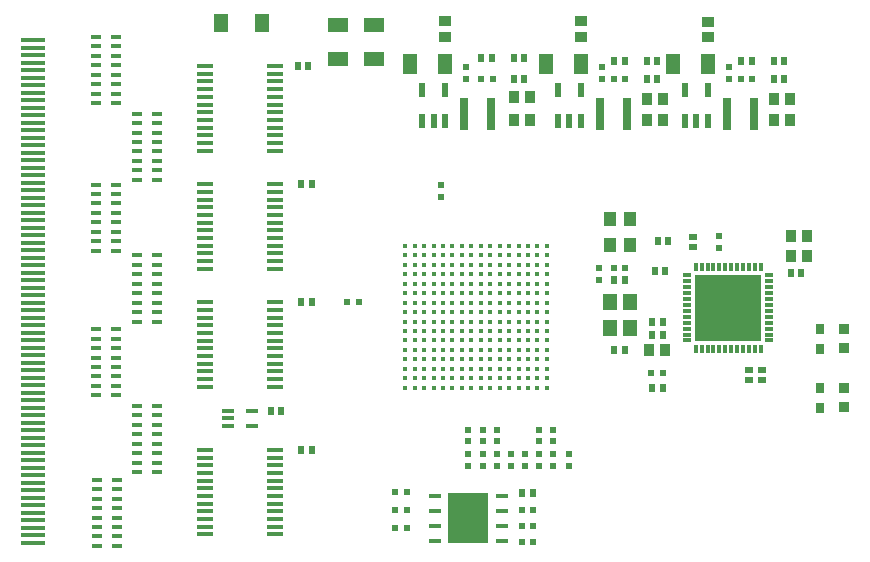
<source format=gtp>
G04*
G04 #@! TF.GenerationSoftware,Altium Limited,Altium Designer,23.7.1 (13)*
G04*
G04 Layer_Color=8421504*
%FSLAX44Y44*%
%MOMM*%
G71*
G04*
G04 #@! TF.SameCoordinates,D2E7A544-C627-4BF8-9092-2E35ECC9D328*
G04*
G04*
G04 #@! TF.FilePolarity,Positive*
G04*
G01*
G75*
%ADD16R,5.6000X5.6000*%
%ADD17R,0.3000X0.7000*%
%ADD18R,0.7000X0.3000*%
%ADD19R,1.4750X0.4500*%
%ADD20R,1.2000X1.4000*%
%ADD21R,0.6000X0.6400*%
%ADD22R,0.6000X0.5000*%
%ADD23R,0.6000X1.1500*%
%ADD24R,0.8000X2.7000*%
%ADD25R,0.5000X0.6000*%
%ADD26R,1.0500X0.4500*%
%ADD27R,3.4500X4.3500*%
%ADD28R,1.2500X1.6500*%
%ADD29R,1.0000X0.4000*%
%ADD30R,0.9000X0.4500*%
%ADD31R,1.0000X0.9000*%
%ADD32C,0.4200*%
%ADD33R,1.8000X1.3000*%
%ADD34R,1.3000X1.8000*%
%ADD35R,0.8000X0.9000*%
%ADD36R,0.9000X1.0000*%
%ADD37R,0.6400X0.6000*%
%ADD38R,0.9500X0.9000*%
%ADD39R,2.0000X0.3800*%
%ADD40R,1.1000X1.3000*%
D16*
X802000Y456000D02*
D03*
D17*
X774500Y490500D02*
D03*
X779500D02*
D03*
X784500D02*
D03*
X789500D02*
D03*
X794500D02*
D03*
X799500D02*
D03*
X804500D02*
D03*
X809500D02*
D03*
X814500D02*
D03*
X819500D02*
D03*
X824500D02*
D03*
X829500D02*
D03*
Y421500D02*
D03*
X824500D02*
D03*
X819500D02*
D03*
X814500D02*
D03*
X809500D02*
D03*
X804500D02*
D03*
X799500D02*
D03*
X794500D02*
D03*
X789500D02*
D03*
X784500D02*
D03*
X779500D02*
D03*
X774500D02*
D03*
D18*
X836500Y483500D02*
D03*
Y478500D02*
D03*
Y473500D02*
D03*
Y468500D02*
D03*
Y463500D02*
D03*
Y458500D02*
D03*
Y453500D02*
D03*
Y448500D02*
D03*
Y443500D02*
D03*
Y438500D02*
D03*
Y433500D02*
D03*
Y428500D02*
D03*
X767500D02*
D03*
Y433500D02*
D03*
Y438500D02*
D03*
Y443500D02*
D03*
Y448500D02*
D03*
Y453500D02*
D03*
Y458500D02*
D03*
Y463500D02*
D03*
Y468500D02*
D03*
Y473500D02*
D03*
Y478500D02*
D03*
Y483500D02*
D03*
D19*
X359120Y335750D02*
D03*
Y329250D02*
D03*
Y322750D02*
D03*
Y316250D02*
D03*
Y309750D02*
D03*
Y303250D02*
D03*
Y296750D02*
D03*
Y290250D02*
D03*
Y283750D02*
D03*
Y277250D02*
D03*
Y270750D02*
D03*
Y264250D02*
D03*
X417880D02*
D03*
Y270750D02*
D03*
Y277250D02*
D03*
Y283750D02*
D03*
Y290250D02*
D03*
Y296750D02*
D03*
Y303250D02*
D03*
Y309750D02*
D03*
Y316250D02*
D03*
Y322750D02*
D03*
Y329250D02*
D03*
Y335750D02*
D03*
X359120Y660750D02*
D03*
Y654250D02*
D03*
Y647750D02*
D03*
Y641250D02*
D03*
Y634750D02*
D03*
Y628250D02*
D03*
Y621750D02*
D03*
Y615250D02*
D03*
Y608750D02*
D03*
Y602250D02*
D03*
Y595750D02*
D03*
Y589250D02*
D03*
X417880D02*
D03*
Y595750D02*
D03*
Y602250D02*
D03*
Y608750D02*
D03*
Y615250D02*
D03*
Y621750D02*
D03*
Y628250D02*
D03*
Y634750D02*
D03*
Y641250D02*
D03*
Y647750D02*
D03*
Y654250D02*
D03*
Y660750D02*
D03*
Y460750D02*
D03*
Y454250D02*
D03*
Y447750D02*
D03*
Y441250D02*
D03*
Y434750D02*
D03*
Y428250D02*
D03*
Y421750D02*
D03*
Y415250D02*
D03*
Y408750D02*
D03*
Y402250D02*
D03*
Y395750D02*
D03*
Y389250D02*
D03*
X359120D02*
D03*
Y395750D02*
D03*
Y402250D02*
D03*
Y408750D02*
D03*
Y415250D02*
D03*
Y421750D02*
D03*
Y428250D02*
D03*
Y434750D02*
D03*
Y441250D02*
D03*
Y447750D02*
D03*
Y454250D02*
D03*
Y460750D02*
D03*
Y560750D02*
D03*
Y554250D02*
D03*
Y547750D02*
D03*
Y541250D02*
D03*
Y534750D02*
D03*
Y528250D02*
D03*
Y521750D02*
D03*
Y515250D02*
D03*
Y508750D02*
D03*
Y502250D02*
D03*
Y495750D02*
D03*
Y489250D02*
D03*
X417880D02*
D03*
Y495750D02*
D03*
Y502250D02*
D03*
Y508750D02*
D03*
Y515250D02*
D03*
Y521750D02*
D03*
Y528250D02*
D03*
Y534750D02*
D03*
Y541250D02*
D03*
Y547750D02*
D03*
Y554250D02*
D03*
Y560750D02*
D03*
D20*
X701500Y439000D02*
D03*
Y461000D02*
D03*
X718500D02*
D03*
Y439000D02*
D03*
D21*
X636400Y299000D02*
D03*
X627600D02*
D03*
X593100Y667500D02*
D03*
X601900D02*
D03*
X414600Y369000D02*
D03*
X423400D02*
D03*
X620600Y650000D02*
D03*
X629400D02*
D03*
Y667500D02*
D03*
X620600D02*
D03*
X737600Y444000D02*
D03*
X746400D02*
D03*
X737600Y388000D02*
D03*
X746400D02*
D03*
X449400Y461000D02*
D03*
X440600D02*
D03*
X449400Y336000D02*
D03*
X440600D02*
D03*
X714400Y665000D02*
D03*
X705600D02*
D03*
X751400Y513000D02*
D03*
X742600D02*
D03*
X741900Y665000D02*
D03*
X733100D02*
D03*
X741900Y650000D02*
D03*
X733100D02*
D03*
X714400Y420000D02*
D03*
X705600D02*
D03*
X705600Y480000D02*
D03*
X714400D02*
D03*
X746400Y433000D02*
D03*
X737600D02*
D03*
X840600Y665000D02*
D03*
X849400D02*
D03*
X840600Y650000D02*
D03*
X849400D02*
D03*
X821900Y665000D02*
D03*
X813100D02*
D03*
X855100Y486000D02*
D03*
X863900D02*
D03*
X748400Y487000D02*
D03*
X739600D02*
D03*
X440600Y561000D02*
D03*
X449400D02*
D03*
X437600Y661000D02*
D03*
X446400D02*
D03*
D22*
X695000Y660000D02*
D03*
Y650000D02*
D03*
X802500Y660000D02*
D03*
Y650000D02*
D03*
X642000Y332000D02*
D03*
Y322000D02*
D03*
X618000D02*
D03*
Y332000D02*
D03*
X630000Y322000D02*
D03*
Y332000D02*
D03*
X606000D02*
D03*
Y322000D02*
D03*
X594000Y332000D02*
D03*
Y322000D02*
D03*
X582000Y332000D02*
D03*
Y322000D02*
D03*
X594000Y343000D02*
D03*
Y353000D02*
D03*
X582000D02*
D03*
Y343000D02*
D03*
X606000Y353000D02*
D03*
Y343000D02*
D03*
X642000Y353000D02*
D03*
Y343000D02*
D03*
X654000Y353000D02*
D03*
Y343000D02*
D03*
Y332000D02*
D03*
Y322000D02*
D03*
X667000D02*
D03*
Y332000D02*
D03*
X559000Y560000D02*
D03*
Y550000D02*
D03*
X794000Y507000D02*
D03*
Y517000D02*
D03*
X693000Y490000D02*
D03*
Y480000D02*
D03*
X580000Y650000D02*
D03*
Y660000D02*
D03*
D23*
X543000Y640500D02*
D03*
X562000D02*
D03*
Y614500D02*
D03*
X552500D02*
D03*
X543000D02*
D03*
X658000Y640500D02*
D03*
X677000D02*
D03*
Y614500D02*
D03*
X667500D02*
D03*
X658000D02*
D03*
X765500Y640500D02*
D03*
X784500D02*
D03*
Y614500D02*
D03*
X775000D02*
D03*
X765500D02*
D03*
D24*
X824000Y620000D02*
D03*
X801000D02*
D03*
X693500D02*
D03*
X716500D02*
D03*
X578500D02*
D03*
X601500D02*
D03*
D25*
X637000Y285000D02*
D03*
X627000D02*
D03*
X530000Y270000D02*
D03*
X520000D02*
D03*
X705000Y490000D02*
D03*
X715000D02*
D03*
X627000Y258000D02*
D03*
X637000D02*
D03*
X530000Y285000D02*
D03*
X520000D02*
D03*
X747000Y401000D02*
D03*
X737000D02*
D03*
X479000Y461000D02*
D03*
X489000D02*
D03*
X627000Y271000D02*
D03*
X637000D02*
D03*
X530000Y300000D02*
D03*
X520000D02*
D03*
X812500Y650000D02*
D03*
X822500D02*
D03*
X705000D02*
D03*
X715000D02*
D03*
X592500D02*
D03*
X602500D02*
D03*
D26*
X553500Y297050D02*
D03*
Y284350D02*
D03*
Y271650D02*
D03*
Y258950D02*
D03*
X610500D02*
D03*
Y271650D02*
D03*
Y284350D02*
D03*
Y297050D02*
D03*
D27*
X582000Y278000D02*
D03*
D28*
X372750Y697500D02*
D03*
X407250D02*
D03*
D29*
X378500Y369000D02*
D03*
Y362500D02*
D03*
Y356000D02*
D03*
X398500D02*
D03*
Y369000D02*
D03*
D30*
X284500Y254500D02*
D03*
Y262500D02*
D03*
Y278500D02*
D03*
Y270500D02*
D03*
Y294500D02*
D03*
Y310500D02*
D03*
Y302500D02*
D03*
Y286500D02*
D03*
X267500D02*
D03*
Y302500D02*
D03*
Y310500D02*
D03*
Y294500D02*
D03*
Y270500D02*
D03*
Y278500D02*
D03*
Y262500D02*
D03*
Y254500D02*
D03*
X318500Y317000D02*
D03*
Y325000D02*
D03*
Y341000D02*
D03*
Y333000D02*
D03*
Y357000D02*
D03*
Y373000D02*
D03*
Y365000D02*
D03*
Y349000D02*
D03*
X301500D02*
D03*
Y365000D02*
D03*
Y373000D02*
D03*
Y357000D02*
D03*
Y333000D02*
D03*
Y341000D02*
D03*
Y325000D02*
D03*
Y317000D02*
D03*
X283500Y382000D02*
D03*
Y390000D02*
D03*
Y406000D02*
D03*
Y398000D02*
D03*
Y422000D02*
D03*
Y438000D02*
D03*
Y430000D02*
D03*
Y414000D02*
D03*
X266500D02*
D03*
Y430000D02*
D03*
Y438000D02*
D03*
Y422000D02*
D03*
Y398000D02*
D03*
Y406000D02*
D03*
Y390000D02*
D03*
Y382000D02*
D03*
X318500Y444500D02*
D03*
Y452500D02*
D03*
Y468500D02*
D03*
Y460500D02*
D03*
Y484500D02*
D03*
Y500500D02*
D03*
Y492500D02*
D03*
Y476500D02*
D03*
X301500D02*
D03*
Y492500D02*
D03*
Y500500D02*
D03*
Y484500D02*
D03*
Y460500D02*
D03*
Y468500D02*
D03*
Y452500D02*
D03*
Y444500D02*
D03*
X283500Y504500D02*
D03*
Y512500D02*
D03*
Y528500D02*
D03*
Y520500D02*
D03*
Y544500D02*
D03*
Y560500D02*
D03*
Y552500D02*
D03*
Y536500D02*
D03*
X266500D02*
D03*
Y552500D02*
D03*
Y560500D02*
D03*
Y544500D02*
D03*
Y520500D02*
D03*
Y528500D02*
D03*
Y512500D02*
D03*
Y504500D02*
D03*
X318500Y564500D02*
D03*
Y572500D02*
D03*
Y588500D02*
D03*
Y580500D02*
D03*
Y604500D02*
D03*
Y620500D02*
D03*
Y612500D02*
D03*
Y596500D02*
D03*
X301500D02*
D03*
Y612500D02*
D03*
Y620500D02*
D03*
Y604500D02*
D03*
Y580500D02*
D03*
Y588500D02*
D03*
Y572500D02*
D03*
Y564500D02*
D03*
X283500Y629500D02*
D03*
Y637500D02*
D03*
Y653500D02*
D03*
Y645500D02*
D03*
Y669500D02*
D03*
Y685500D02*
D03*
Y677500D02*
D03*
Y661500D02*
D03*
X266500D02*
D03*
Y677500D02*
D03*
Y685500D02*
D03*
Y669500D02*
D03*
Y645500D02*
D03*
Y653500D02*
D03*
Y637500D02*
D03*
Y629500D02*
D03*
D31*
X677500Y699250D02*
D03*
Y685750D02*
D03*
X785000Y685000D02*
D03*
Y698500D02*
D03*
X562500Y685750D02*
D03*
Y699250D02*
D03*
D32*
X528500Y508500D02*
D03*
X536500D02*
D03*
X544500D02*
D03*
X552500D02*
D03*
X560500D02*
D03*
X568500D02*
D03*
X576500D02*
D03*
X584500D02*
D03*
X592500D02*
D03*
X600500D02*
D03*
X608500D02*
D03*
X616500D02*
D03*
X624500D02*
D03*
X632500D02*
D03*
X640500D02*
D03*
X648500D02*
D03*
X528500Y500500D02*
D03*
X536500D02*
D03*
X544500D02*
D03*
X552500D02*
D03*
X560500D02*
D03*
X568500D02*
D03*
X576500D02*
D03*
X584500D02*
D03*
X592500D02*
D03*
X600500D02*
D03*
X608500D02*
D03*
X616500D02*
D03*
X624500D02*
D03*
X632500D02*
D03*
X640500D02*
D03*
X648500D02*
D03*
X528500Y492500D02*
D03*
X536500D02*
D03*
X544500D02*
D03*
X552500D02*
D03*
X560500D02*
D03*
X568500D02*
D03*
X576500D02*
D03*
X584500D02*
D03*
X592500D02*
D03*
X600500D02*
D03*
X608500D02*
D03*
X616500D02*
D03*
X624500D02*
D03*
X632500D02*
D03*
X640500D02*
D03*
X648500D02*
D03*
X528500Y484500D02*
D03*
X536500D02*
D03*
X544500D02*
D03*
X552500D02*
D03*
X560500D02*
D03*
X568500D02*
D03*
X576500D02*
D03*
X584500D02*
D03*
X592500D02*
D03*
X600500D02*
D03*
X608500D02*
D03*
X616500D02*
D03*
X624500D02*
D03*
X632500D02*
D03*
X640500D02*
D03*
X648500D02*
D03*
X528500Y476500D02*
D03*
X536500D02*
D03*
X544500D02*
D03*
X552500D02*
D03*
X560500D02*
D03*
X568500D02*
D03*
X576500D02*
D03*
X584500D02*
D03*
X592500D02*
D03*
X600500D02*
D03*
X608500D02*
D03*
X616500D02*
D03*
X624500D02*
D03*
X632500D02*
D03*
X640500D02*
D03*
X648500D02*
D03*
X528500Y468500D02*
D03*
X536500D02*
D03*
X544500D02*
D03*
X552500D02*
D03*
X560500D02*
D03*
X568500D02*
D03*
X576500D02*
D03*
X584500D02*
D03*
X592500D02*
D03*
X600500D02*
D03*
X608500D02*
D03*
X616500D02*
D03*
X624500D02*
D03*
X632500D02*
D03*
X640500D02*
D03*
X648500D02*
D03*
X528500Y460500D02*
D03*
X536500D02*
D03*
X544500D02*
D03*
X552500D02*
D03*
X560500D02*
D03*
X568500D02*
D03*
X576500D02*
D03*
X584500D02*
D03*
X592500D02*
D03*
X600500D02*
D03*
X608500D02*
D03*
X616500D02*
D03*
X624500D02*
D03*
X632500D02*
D03*
X640500D02*
D03*
X648500D02*
D03*
X528500Y452500D02*
D03*
X536500D02*
D03*
X544500D02*
D03*
X552500D02*
D03*
X560500D02*
D03*
X568500D02*
D03*
X576500D02*
D03*
X584500D02*
D03*
X592500D02*
D03*
X600500D02*
D03*
X608500D02*
D03*
X616500D02*
D03*
X624500D02*
D03*
X632500D02*
D03*
X640500D02*
D03*
X648500D02*
D03*
X528500Y444500D02*
D03*
X536500D02*
D03*
X544500D02*
D03*
X552500D02*
D03*
X560500D02*
D03*
X568500D02*
D03*
X576500D02*
D03*
X584500D02*
D03*
X592500D02*
D03*
X600500D02*
D03*
X608500D02*
D03*
X616500D02*
D03*
X624500D02*
D03*
X632500D02*
D03*
X640500D02*
D03*
X648500D02*
D03*
X528500Y436500D02*
D03*
X536500D02*
D03*
X544500D02*
D03*
X552500D02*
D03*
X560500D02*
D03*
X568500D02*
D03*
X576500D02*
D03*
X584500D02*
D03*
X592500D02*
D03*
X600500D02*
D03*
X608500D02*
D03*
X616500D02*
D03*
X624500D02*
D03*
X632500D02*
D03*
X640500D02*
D03*
X648500D02*
D03*
X528500Y428500D02*
D03*
X536500D02*
D03*
X544500D02*
D03*
X552500D02*
D03*
X560500D02*
D03*
X568500D02*
D03*
X576500D02*
D03*
X584500D02*
D03*
X592500D02*
D03*
X600500D02*
D03*
X608500D02*
D03*
X616500D02*
D03*
X624500D02*
D03*
X632500D02*
D03*
X640500D02*
D03*
X648500D02*
D03*
X528500Y420500D02*
D03*
X536500D02*
D03*
X544500D02*
D03*
X552500D02*
D03*
X560500D02*
D03*
X568500D02*
D03*
X576500D02*
D03*
X584500D02*
D03*
X592500D02*
D03*
X600500D02*
D03*
X608500D02*
D03*
X616500D02*
D03*
X624500D02*
D03*
X632500D02*
D03*
X640500D02*
D03*
X648500D02*
D03*
X528500Y412500D02*
D03*
X536500D02*
D03*
X544500D02*
D03*
X552500D02*
D03*
X560500D02*
D03*
X568500D02*
D03*
X576500D02*
D03*
X584500D02*
D03*
X592500D02*
D03*
X600500D02*
D03*
X608500D02*
D03*
X616500D02*
D03*
X624500D02*
D03*
X632500D02*
D03*
X640500D02*
D03*
X648500D02*
D03*
X528500Y404500D02*
D03*
X536500D02*
D03*
X544500D02*
D03*
X552500D02*
D03*
X560500D02*
D03*
X568500D02*
D03*
X576500D02*
D03*
X584500D02*
D03*
X592500D02*
D03*
X600500D02*
D03*
X608500D02*
D03*
X616500D02*
D03*
X624500D02*
D03*
X632500D02*
D03*
X640500D02*
D03*
X648500D02*
D03*
X528500Y396500D02*
D03*
X536500D02*
D03*
X544500D02*
D03*
X552500D02*
D03*
X560500D02*
D03*
X568500D02*
D03*
X576500D02*
D03*
X584500D02*
D03*
X592500D02*
D03*
X600500D02*
D03*
X608500D02*
D03*
X616500D02*
D03*
X624500D02*
D03*
X632500D02*
D03*
X640500D02*
D03*
X648500D02*
D03*
X528500Y388500D02*
D03*
X536500D02*
D03*
X544500D02*
D03*
X552500D02*
D03*
X560500D02*
D03*
X568500D02*
D03*
X576500D02*
D03*
X584500D02*
D03*
X592500D02*
D03*
X600500D02*
D03*
X608500D02*
D03*
X616500D02*
D03*
X624500D02*
D03*
X632500D02*
D03*
X640500D02*
D03*
X648500D02*
D03*
D33*
X502000Y695500D02*
D03*
Y666500D02*
D03*
X472000Y695500D02*
D03*
Y666500D02*
D03*
D34*
X755500Y662500D02*
D03*
X784500D02*
D03*
X648000D02*
D03*
X677000D02*
D03*
X533000D02*
D03*
X562000D02*
D03*
D35*
X880000Y371500D02*
D03*
Y388500D02*
D03*
Y421500D02*
D03*
Y438500D02*
D03*
D36*
X854250Y615000D02*
D03*
X840750D02*
D03*
X634250Y635000D02*
D03*
X620750D02*
D03*
X854250Y632500D02*
D03*
X840750D02*
D03*
X748750Y420000D02*
D03*
X735250D02*
D03*
X733250Y615000D02*
D03*
X746750D02*
D03*
X868750Y500000D02*
D03*
X855250D02*
D03*
X868750Y517000D02*
D03*
X855250D02*
D03*
X733250Y632500D02*
D03*
X746750D02*
D03*
X634250Y615000D02*
D03*
X620750D02*
D03*
D37*
X820000Y403400D02*
D03*
Y394600D02*
D03*
X772000Y507600D02*
D03*
Y516400D02*
D03*
X831000Y403400D02*
D03*
Y394600D02*
D03*
D38*
X900000Y372000D02*
D03*
Y388000D02*
D03*
Y422000D02*
D03*
Y438000D02*
D03*
D39*
X213000Y644625D02*
D03*
Y638275D02*
D03*
Y631925D02*
D03*
Y625575D02*
D03*
Y682725D02*
D03*
Y670025D02*
D03*
Y657325D02*
D03*
Y619225D02*
D03*
Y606525D02*
D03*
Y593825D02*
D03*
Y581125D02*
D03*
Y568425D02*
D03*
Y555725D02*
D03*
Y543025D02*
D03*
Y530325D02*
D03*
Y517625D02*
D03*
Y504925D02*
D03*
Y492225D02*
D03*
Y479525D02*
D03*
Y466825D02*
D03*
Y454125D02*
D03*
Y441425D02*
D03*
Y428725D02*
D03*
Y416025D02*
D03*
Y403325D02*
D03*
Y390625D02*
D03*
Y377925D02*
D03*
Y365225D02*
D03*
Y352525D02*
D03*
Y339825D02*
D03*
Y327125D02*
D03*
Y314425D02*
D03*
Y301725D02*
D03*
Y289025D02*
D03*
Y276325D02*
D03*
Y263625D02*
D03*
Y676375D02*
D03*
Y663675D02*
D03*
Y650975D02*
D03*
Y612875D02*
D03*
Y600175D02*
D03*
Y587475D02*
D03*
Y574775D02*
D03*
Y562075D02*
D03*
Y549375D02*
D03*
Y536675D02*
D03*
Y523975D02*
D03*
Y511275D02*
D03*
Y498575D02*
D03*
Y485875D02*
D03*
Y473175D02*
D03*
Y460475D02*
D03*
Y447775D02*
D03*
Y435075D02*
D03*
Y422375D02*
D03*
Y409675D02*
D03*
Y396975D02*
D03*
Y384275D02*
D03*
Y371575D02*
D03*
Y358875D02*
D03*
Y346175D02*
D03*
Y333475D02*
D03*
Y320775D02*
D03*
Y308075D02*
D03*
Y295375D02*
D03*
Y282675D02*
D03*
Y269975D02*
D03*
Y257275D02*
D03*
D40*
X701500Y531000D02*
D03*
X718500D02*
D03*
X701500Y509000D02*
D03*
X718500D02*
D03*
M02*

</source>
